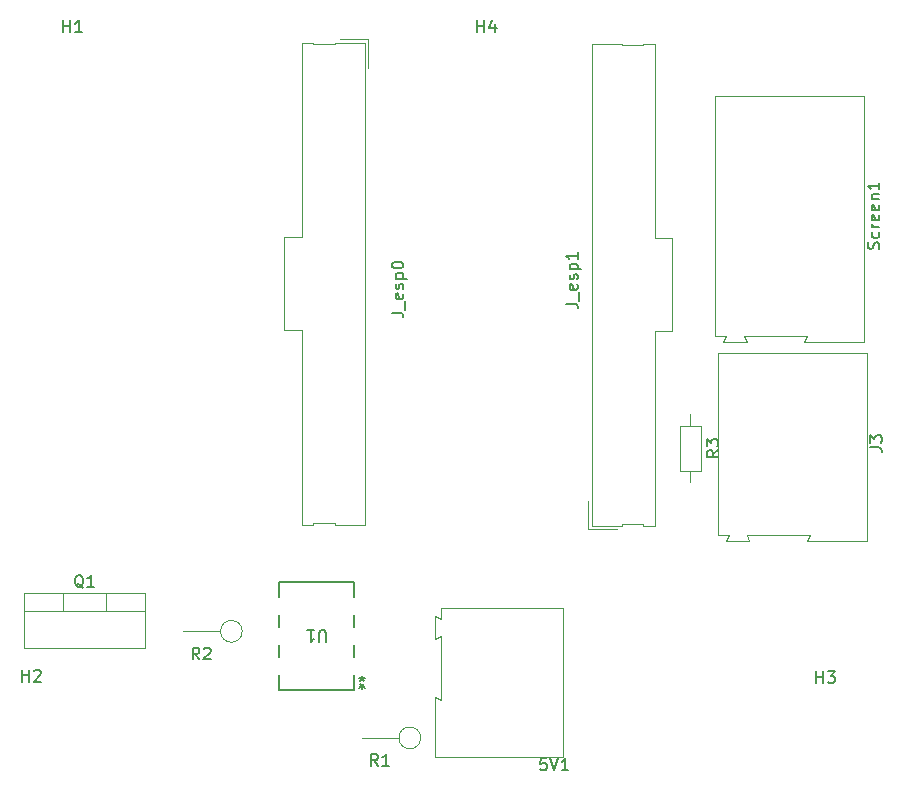
<source format=gbr>
%TF.GenerationSoftware,KiCad,Pcbnew,7.0.6*%
%TF.CreationDate,2023-09-01T15:44:31-05:00*%
%TF.ProjectId,basic_decoration_pcb,62617369-635f-4646-9563-6f726174696f,rev?*%
%TF.SameCoordinates,Original*%
%TF.FileFunction,Legend,Top*%
%TF.FilePolarity,Positive*%
%FSLAX46Y46*%
G04 Gerber Fmt 4.6, Leading zero omitted, Abs format (unit mm)*
G04 Created by KiCad (PCBNEW 7.0.6) date 2023-09-01 15:44:31*
%MOMM*%
%LPD*%
G01*
G04 APERTURE LIST*
%ADD10C,0.150000*%
%ADD11C,0.120000*%
%ADD12C,0.152400*%
G04 APERTURE END LIST*
D10*
X227536200Y-67699523D02*
X227583819Y-67556666D01*
X227583819Y-67556666D02*
X227583819Y-67318571D01*
X227583819Y-67318571D02*
X227536200Y-67223333D01*
X227536200Y-67223333D02*
X227488580Y-67175714D01*
X227488580Y-67175714D02*
X227393342Y-67128095D01*
X227393342Y-67128095D02*
X227298104Y-67128095D01*
X227298104Y-67128095D02*
X227202866Y-67175714D01*
X227202866Y-67175714D02*
X227155247Y-67223333D01*
X227155247Y-67223333D02*
X227107628Y-67318571D01*
X227107628Y-67318571D02*
X227060009Y-67509047D01*
X227060009Y-67509047D02*
X227012390Y-67604285D01*
X227012390Y-67604285D02*
X226964771Y-67651904D01*
X226964771Y-67651904D02*
X226869533Y-67699523D01*
X226869533Y-67699523D02*
X226774295Y-67699523D01*
X226774295Y-67699523D02*
X226679057Y-67651904D01*
X226679057Y-67651904D02*
X226631438Y-67604285D01*
X226631438Y-67604285D02*
X226583819Y-67509047D01*
X226583819Y-67509047D02*
X226583819Y-67270952D01*
X226583819Y-67270952D02*
X226631438Y-67128095D01*
X227536200Y-66270952D02*
X227583819Y-66366190D01*
X227583819Y-66366190D02*
X227583819Y-66556666D01*
X227583819Y-66556666D02*
X227536200Y-66651904D01*
X227536200Y-66651904D02*
X227488580Y-66699523D01*
X227488580Y-66699523D02*
X227393342Y-66747142D01*
X227393342Y-66747142D02*
X227107628Y-66747142D01*
X227107628Y-66747142D02*
X227012390Y-66699523D01*
X227012390Y-66699523D02*
X226964771Y-66651904D01*
X226964771Y-66651904D02*
X226917152Y-66556666D01*
X226917152Y-66556666D02*
X226917152Y-66366190D01*
X226917152Y-66366190D02*
X226964771Y-66270952D01*
X227583819Y-65842380D02*
X226917152Y-65842380D01*
X227107628Y-65842380D02*
X227012390Y-65794761D01*
X227012390Y-65794761D02*
X226964771Y-65747142D01*
X226964771Y-65747142D02*
X226917152Y-65651904D01*
X226917152Y-65651904D02*
X226917152Y-65556666D01*
X227536200Y-64842380D02*
X227583819Y-64937618D01*
X227583819Y-64937618D02*
X227583819Y-65128094D01*
X227583819Y-65128094D02*
X227536200Y-65223332D01*
X227536200Y-65223332D02*
X227440961Y-65270951D01*
X227440961Y-65270951D02*
X227060009Y-65270951D01*
X227060009Y-65270951D02*
X226964771Y-65223332D01*
X226964771Y-65223332D02*
X226917152Y-65128094D01*
X226917152Y-65128094D02*
X226917152Y-64937618D01*
X226917152Y-64937618D02*
X226964771Y-64842380D01*
X226964771Y-64842380D02*
X227060009Y-64794761D01*
X227060009Y-64794761D02*
X227155247Y-64794761D01*
X227155247Y-64794761D02*
X227250485Y-65270951D01*
X227536200Y-63985237D02*
X227583819Y-64080475D01*
X227583819Y-64080475D02*
X227583819Y-64270951D01*
X227583819Y-64270951D02*
X227536200Y-64366189D01*
X227536200Y-64366189D02*
X227440961Y-64413808D01*
X227440961Y-64413808D02*
X227060009Y-64413808D01*
X227060009Y-64413808D02*
X226964771Y-64366189D01*
X226964771Y-64366189D02*
X226917152Y-64270951D01*
X226917152Y-64270951D02*
X226917152Y-64080475D01*
X226917152Y-64080475D02*
X226964771Y-63985237D01*
X226964771Y-63985237D02*
X227060009Y-63937618D01*
X227060009Y-63937618D02*
X227155247Y-63937618D01*
X227155247Y-63937618D02*
X227250485Y-64413808D01*
X226917152Y-63509046D02*
X227583819Y-63509046D01*
X227012390Y-63509046D02*
X226964771Y-63461427D01*
X226964771Y-63461427D02*
X226917152Y-63366189D01*
X226917152Y-63366189D02*
X226917152Y-63223332D01*
X226917152Y-63223332D02*
X226964771Y-63128094D01*
X226964771Y-63128094D02*
X227060009Y-63080475D01*
X227060009Y-63080475D02*
X227583819Y-63080475D01*
X227583819Y-62080475D02*
X227583819Y-62651903D01*
X227583819Y-62366189D02*
X226583819Y-62366189D01*
X226583819Y-62366189D02*
X226726676Y-62461427D01*
X226726676Y-62461427D02*
X226821914Y-62556665D01*
X226821914Y-62556665D02*
X226869533Y-62651903D01*
X213956819Y-84748666D02*
X213480628Y-85081999D01*
X213956819Y-85320094D02*
X212956819Y-85320094D01*
X212956819Y-85320094D02*
X212956819Y-84939142D01*
X212956819Y-84939142D02*
X213004438Y-84843904D01*
X213004438Y-84843904D02*
X213052057Y-84796285D01*
X213052057Y-84796285D02*
X213147295Y-84748666D01*
X213147295Y-84748666D02*
X213290152Y-84748666D01*
X213290152Y-84748666D02*
X213385390Y-84796285D01*
X213385390Y-84796285D02*
X213433009Y-84843904D01*
X213433009Y-84843904D02*
X213480628Y-84939142D01*
X213480628Y-84939142D02*
X213480628Y-85320094D01*
X212956819Y-84415332D02*
X212956819Y-83796285D01*
X212956819Y-83796285D02*
X213337771Y-84129618D01*
X213337771Y-84129618D02*
X213337771Y-83986761D01*
X213337771Y-83986761D02*
X213385390Y-83891523D01*
X213385390Y-83891523D02*
X213433009Y-83843904D01*
X213433009Y-83843904D02*
X213528247Y-83796285D01*
X213528247Y-83796285D02*
X213766342Y-83796285D01*
X213766342Y-83796285D02*
X213861580Y-83843904D01*
X213861580Y-83843904D02*
X213909200Y-83891523D01*
X213909200Y-83891523D02*
X213956819Y-83986761D01*
X213956819Y-83986761D02*
X213956819Y-84272475D01*
X213956819Y-84272475D02*
X213909200Y-84367713D01*
X213909200Y-84367713D02*
X213861580Y-84415332D01*
X226787819Y-84487333D02*
X227502104Y-84487333D01*
X227502104Y-84487333D02*
X227644961Y-84534952D01*
X227644961Y-84534952D02*
X227740200Y-84630190D01*
X227740200Y-84630190D02*
X227787819Y-84773047D01*
X227787819Y-84773047D02*
X227787819Y-84868285D01*
X226787819Y-84106380D02*
X226787819Y-83487333D01*
X226787819Y-83487333D02*
X227168771Y-83820666D01*
X227168771Y-83820666D02*
X227168771Y-83677809D01*
X227168771Y-83677809D02*
X227216390Y-83582571D01*
X227216390Y-83582571D02*
X227264009Y-83534952D01*
X227264009Y-83534952D02*
X227359247Y-83487333D01*
X227359247Y-83487333D02*
X227597342Y-83487333D01*
X227597342Y-83487333D02*
X227692580Y-83534952D01*
X227692580Y-83534952D02*
X227740200Y-83582571D01*
X227740200Y-83582571D02*
X227787819Y-83677809D01*
X227787819Y-83677809D02*
X227787819Y-83963523D01*
X227787819Y-83963523D02*
X227740200Y-84058761D01*
X227740200Y-84058761D02*
X227692580Y-84106380D01*
X158496095Y-49332819D02*
X158496095Y-48332819D01*
X158496095Y-48809009D02*
X159067523Y-48809009D01*
X159067523Y-49332819D02*
X159067523Y-48332819D01*
X160067523Y-49332819D02*
X159496095Y-49332819D01*
X159781809Y-49332819D02*
X159781809Y-48332819D01*
X159781809Y-48332819D02*
X159686571Y-48475676D01*
X159686571Y-48475676D02*
X159591333Y-48570914D01*
X159591333Y-48570914D02*
X159496095Y-48618533D01*
X222250095Y-104450819D02*
X222250095Y-103450819D01*
X222250095Y-103927009D02*
X222821523Y-103927009D01*
X222821523Y-104450819D02*
X222821523Y-103450819D01*
X223202476Y-103450819D02*
X223821523Y-103450819D01*
X223821523Y-103450819D02*
X223488190Y-103831771D01*
X223488190Y-103831771D02*
X223631047Y-103831771D01*
X223631047Y-103831771D02*
X223726285Y-103879390D01*
X223726285Y-103879390D02*
X223773904Y-103927009D01*
X223773904Y-103927009D02*
X223821523Y-104022247D01*
X223821523Y-104022247D02*
X223821523Y-104260342D01*
X223821523Y-104260342D02*
X223773904Y-104355580D01*
X223773904Y-104355580D02*
X223726285Y-104403200D01*
X223726285Y-104403200D02*
X223631047Y-104450819D01*
X223631047Y-104450819D02*
X223345333Y-104450819D01*
X223345333Y-104450819D02*
X223250095Y-104403200D01*
X223250095Y-104403200D02*
X223202476Y-104355580D01*
X186281359Y-73105800D02*
X186995644Y-73105800D01*
X186995644Y-73105800D02*
X187138501Y-73153419D01*
X187138501Y-73153419D02*
X187233740Y-73248657D01*
X187233740Y-73248657D02*
X187281359Y-73391514D01*
X187281359Y-73391514D02*
X187281359Y-73486752D01*
X187376597Y-72867705D02*
X187376597Y-72105800D01*
X187233740Y-71486752D02*
X187281359Y-71581990D01*
X187281359Y-71581990D02*
X187281359Y-71772466D01*
X187281359Y-71772466D02*
X187233740Y-71867704D01*
X187233740Y-71867704D02*
X187138501Y-71915323D01*
X187138501Y-71915323D02*
X186757549Y-71915323D01*
X186757549Y-71915323D02*
X186662311Y-71867704D01*
X186662311Y-71867704D02*
X186614692Y-71772466D01*
X186614692Y-71772466D02*
X186614692Y-71581990D01*
X186614692Y-71581990D02*
X186662311Y-71486752D01*
X186662311Y-71486752D02*
X186757549Y-71439133D01*
X186757549Y-71439133D02*
X186852787Y-71439133D01*
X186852787Y-71439133D02*
X186948025Y-71915323D01*
X187233740Y-71058180D02*
X187281359Y-70962942D01*
X187281359Y-70962942D02*
X187281359Y-70772466D01*
X187281359Y-70772466D02*
X187233740Y-70677228D01*
X187233740Y-70677228D02*
X187138501Y-70629609D01*
X187138501Y-70629609D02*
X187090882Y-70629609D01*
X187090882Y-70629609D02*
X186995644Y-70677228D01*
X186995644Y-70677228D02*
X186948025Y-70772466D01*
X186948025Y-70772466D02*
X186948025Y-70915323D01*
X186948025Y-70915323D02*
X186900406Y-71010561D01*
X186900406Y-71010561D02*
X186805168Y-71058180D01*
X186805168Y-71058180D02*
X186757549Y-71058180D01*
X186757549Y-71058180D02*
X186662311Y-71010561D01*
X186662311Y-71010561D02*
X186614692Y-70915323D01*
X186614692Y-70915323D02*
X186614692Y-70772466D01*
X186614692Y-70772466D02*
X186662311Y-70677228D01*
X186614692Y-70201037D02*
X187614692Y-70201037D01*
X186662311Y-70201037D02*
X186614692Y-70105799D01*
X186614692Y-70105799D02*
X186614692Y-69915323D01*
X186614692Y-69915323D02*
X186662311Y-69820085D01*
X186662311Y-69820085D02*
X186709930Y-69772466D01*
X186709930Y-69772466D02*
X186805168Y-69724847D01*
X186805168Y-69724847D02*
X187090882Y-69724847D01*
X187090882Y-69724847D02*
X187186120Y-69772466D01*
X187186120Y-69772466D02*
X187233740Y-69820085D01*
X187233740Y-69820085D02*
X187281359Y-69915323D01*
X187281359Y-69915323D02*
X187281359Y-70105799D01*
X187281359Y-70105799D02*
X187233740Y-70201037D01*
X186281359Y-69105799D02*
X186281359Y-69010561D01*
X186281359Y-69010561D02*
X186328978Y-68915323D01*
X186328978Y-68915323D02*
X186376597Y-68867704D01*
X186376597Y-68867704D02*
X186471835Y-68820085D01*
X186471835Y-68820085D02*
X186662311Y-68772466D01*
X186662311Y-68772466D02*
X186900406Y-68772466D01*
X186900406Y-68772466D02*
X187090882Y-68820085D01*
X187090882Y-68820085D02*
X187186120Y-68867704D01*
X187186120Y-68867704D02*
X187233740Y-68915323D01*
X187233740Y-68915323D02*
X187281359Y-69010561D01*
X187281359Y-69010561D02*
X187281359Y-69105799D01*
X187281359Y-69105799D02*
X187233740Y-69201037D01*
X187233740Y-69201037D02*
X187186120Y-69248656D01*
X187186120Y-69248656D02*
X187090882Y-69296275D01*
X187090882Y-69296275D02*
X186900406Y-69343894D01*
X186900406Y-69343894D02*
X186662311Y-69343894D01*
X186662311Y-69343894D02*
X186471835Y-69296275D01*
X186471835Y-69296275D02*
X186376597Y-69248656D01*
X186376597Y-69248656D02*
X186328978Y-69201037D01*
X186328978Y-69201037D02*
X186281359Y-69105799D01*
X201026859Y-72324800D02*
X201741144Y-72324800D01*
X201741144Y-72324800D02*
X201884001Y-72372419D01*
X201884001Y-72372419D02*
X201979240Y-72467657D01*
X201979240Y-72467657D02*
X202026859Y-72610514D01*
X202026859Y-72610514D02*
X202026859Y-72705752D01*
X202122097Y-72086705D02*
X202122097Y-71324800D01*
X201979240Y-70705752D02*
X202026859Y-70800990D01*
X202026859Y-70800990D02*
X202026859Y-70991466D01*
X202026859Y-70991466D02*
X201979240Y-71086704D01*
X201979240Y-71086704D02*
X201884001Y-71134323D01*
X201884001Y-71134323D02*
X201503049Y-71134323D01*
X201503049Y-71134323D02*
X201407811Y-71086704D01*
X201407811Y-71086704D02*
X201360192Y-70991466D01*
X201360192Y-70991466D02*
X201360192Y-70800990D01*
X201360192Y-70800990D02*
X201407811Y-70705752D01*
X201407811Y-70705752D02*
X201503049Y-70658133D01*
X201503049Y-70658133D02*
X201598287Y-70658133D01*
X201598287Y-70658133D02*
X201693525Y-71134323D01*
X201979240Y-70277180D02*
X202026859Y-70181942D01*
X202026859Y-70181942D02*
X202026859Y-69991466D01*
X202026859Y-69991466D02*
X201979240Y-69896228D01*
X201979240Y-69896228D02*
X201884001Y-69848609D01*
X201884001Y-69848609D02*
X201836382Y-69848609D01*
X201836382Y-69848609D02*
X201741144Y-69896228D01*
X201741144Y-69896228D02*
X201693525Y-69991466D01*
X201693525Y-69991466D02*
X201693525Y-70134323D01*
X201693525Y-70134323D02*
X201645906Y-70229561D01*
X201645906Y-70229561D02*
X201550668Y-70277180D01*
X201550668Y-70277180D02*
X201503049Y-70277180D01*
X201503049Y-70277180D02*
X201407811Y-70229561D01*
X201407811Y-70229561D02*
X201360192Y-70134323D01*
X201360192Y-70134323D02*
X201360192Y-69991466D01*
X201360192Y-69991466D02*
X201407811Y-69896228D01*
X201360192Y-69420037D02*
X202360192Y-69420037D01*
X201407811Y-69420037D02*
X201360192Y-69324799D01*
X201360192Y-69324799D02*
X201360192Y-69134323D01*
X201360192Y-69134323D02*
X201407811Y-69039085D01*
X201407811Y-69039085D02*
X201455430Y-68991466D01*
X201455430Y-68991466D02*
X201550668Y-68943847D01*
X201550668Y-68943847D02*
X201836382Y-68943847D01*
X201836382Y-68943847D02*
X201931620Y-68991466D01*
X201931620Y-68991466D02*
X201979240Y-69039085D01*
X201979240Y-69039085D02*
X202026859Y-69134323D01*
X202026859Y-69134323D02*
X202026859Y-69324799D01*
X202026859Y-69324799D02*
X201979240Y-69420037D01*
X202026859Y-67991466D02*
X202026859Y-68562894D01*
X202026859Y-68277180D02*
X201026859Y-68277180D01*
X201026859Y-68277180D02*
X201169716Y-68372418D01*
X201169716Y-68372418D02*
X201264954Y-68467656D01*
X201264954Y-68467656D02*
X201312573Y-68562894D01*
X155026335Y-104323819D02*
X155026335Y-103323819D01*
X155026335Y-103800009D02*
X155597763Y-103800009D01*
X155597763Y-104323819D02*
X155597763Y-103323819D01*
X156026335Y-103419057D02*
X156073954Y-103371438D01*
X156073954Y-103371438D02*
X156169192Y-103323819D01*
X156169192Y-103323819D02*
X156407287Y-103323819D01*
X156407287Y-103323819D02*
X156502525Y-103371438D01*
X156502525Y-103371438D02*
X156550144Y-103419057D01*
X156550144Y-103419057D02*
X156597763Y-103514295D01*
X156597763Y-103514295D02*
X156597763Y-103609533D01*
X156597763Y-103609533D02*
X156550144Y-103752390D01*
X156550144Y-103752390D02*
X155978716Y-104323819D01*
X155978716Y-104323819D02*
X156597763Y-104323819D01*
X193548095Y-49332819D02*
X193548095Y-48332819D01*
X193548095Y-48809009D02*
X194119523Y-48809009D01*
X194119523Y-49332819D02*
X194119523Y-48332819D01*
X195024285Y-48666152D02*
X195024285Y-49332819D01*
X194786190Y-48285200D02*
X194548095Y-48999485D01*
X194548095Y-48999485D02*
X195167142Y-48999485D01*
X160193761Y-96398307D02*
X160098523Y-96350688D01*
X160098523Y-96350688D02*
X160003285Y-96255450D01*
X160003285Y-96255450D02*
X159860428Y-96112592D01*
X159860428Y-96112592D02*
X159765190Y-96064973D01*
X159765190Y-96064973D02*
X159669952Y-96064973D01*
X159717571Y-96303069D02*
X159622333Y-96255450D01*
X159622333Y-96255450D02*
X159527095Y-96160211D01*
X159527095Y-96160211D02*
X159479476Y-95969735D01*
X159479476Y-95969735D02*
X159479476Y-95636402D01*
X159479476Y-95636402D02*
X159527095Y-95445926D01*
X159527095Y-95445926D02*
X159622333Y-95350688D01*
X159622333Y-95350688D02*
X159717571Y-95303069D01*
X159717571Y-95303069D02*
X159908047Y-95303069D01*
X159908047Y-95303069D02*
X160003285Y-95350688D01*
X160003285Y-95350688D02*
X160098523Y-95445926D01*
X160098523Y-95445926D02*
X160146142Y-95636402D01*
X160146142Y-95636402D02*
X160146142Y-95969735D01*
X160146142Y-95969735D02*
X160098523Y-96160211D01*
X160098523Y-96160211D02*
X160003285Y-96255450D01*
X160003285Y-96255450D02*
X159908047Y-96303069D01*
X159908047Y-96303069D02*
X159717571Y-96303069D01*
X161098523Y-96303069D02*
X160527095Y-96303069D01*
X160812809Y-96303069D02*
X160812809Y-95303069D01*
X160812809Y-95303069D02*
X160717571Y-95445926D01*
X160717571Y-95445926D02*
X160622333Y-95541164D01*
X160622333Y-95541164D02*
X160527095Y-95588783D01*
X199388333Y-110838819D02*
X198912143Y-110838819D01*
X198912143Y-110838819D02*
X198864524Y-111315009D01*
X198864524Y-111315009D02*
X198912143Y-111267390D01*
X198912143Y-111267390D02*
X199007381Y-111219771D01*
X199007381Y-111219771D02*
X199245476Y-111219771D01*
X199245476Y-111219771D02*
X199340714Y-111267390D01*
X199340714Y-111267390D02*
X199388333Y-111315009D01*
X199388333Y-111315009D02*
X199435952Y-111410247D01*
X199435952Y-111410247D02*
X199435952Y-111648342D01*
X199435952Y-111648342D02*
X199388333Y-111743580D01*
X199388333Y-111743580D02*
X199340714Y-111791200D01*
X199340714Y-111791200D02*
X199245476Y-111838819D01*
X199245476Y-111838819D02*
X199007381Y-111838819D01*
X199007381Y-111838819D02*
X198912143Y-111791200D01*
X198912143Y-111791200D02*
X198864524Y-111743580D01*
X199721667Y-110838819D02*
X200055000Y-111838819D01*
X200055000Y-111838819D02*
X200388333Y-110838819D01*
X201245476Y-111838819D02*
X200674048Y-111838819D01*
X200959762Y-111838819D02*
X200959762Y-110838819D01*
X200959762Y-110838819D02*
X200864524Y-110981676D01*
X200864524Y-110981676D02*
X200769286Y-111076914D01*
X200769286Y-111076914D02*
X200674048Y-111124533D01*
X170007083Y-102450819D02*
X169673750Y-101974628D01*
X169435655Y-102450819D02*
X169435655Y-101450819D01*
X169435655Y-101450819D02*
X169816607Y-101450819D01*
X169816607Y-101450819D02*
X169911845Y-101498438D01*
X169911845Y-101498438D02*
X169959464Y-101546057D01*
X169959464Y-101546057D02*
X170007083Y-101641295D01*
X170007083Y-101641295D02*
X170007083Y-101784152D01*
X170007083Y-101784152D02*
X169959464Y-101879390D01*
X169959464Y-101879390D02*
X169911845Y-101927009D01*
X169911845Y-101927009D02*
X169816607Y-101974628D01*
X169816607Y-101974628D02*
X169435655Y-101974628D01*
X170388036Y-101546057D02*
X170435655Y-101498438D01*
X170435655Y-101498438D02*
X170530893Y-101450819D01*
X170530893Y-101450819D02*
X170768988Y-101450819D01*
X170768988Y-101450819D02*
X170864226Y-101498438D01*
X170864226Y-101498438D02*
X170911845Y-101546057D01*
X170911845Y-101546057D02*
X170959464Y-101641295D01*
X170959464Y-101641295D02*
X170959464Y-101736533D01*
X170959464Y-101736533D02*
X170911845Y-101879390D01*
X170911845Y-101879390D02*
X170340417Y-102450819D01*
X170340417Y-102450819D02*
X170959464Y-102450819D01*
X180720904Y-101002180D02*
X180720904Y-100192657D01*
X180720904Y-100192657D02*
X180673285Y-100097419D01*
X180673285Y-100097419D02*
X180625666Y-100049800D01*
X180625666Y-100049800D02*
X180530428Y-100002180D01*
X180530428Y-100002180D02*
X180339952Y-100002180D01*
X180339952Y-100002180D02*
X180244714Y-100049800D01*
X180244714Y-100049800D02*
X180197095Y-100097419D01*
X180197095Y-100097419D02*
X180149476Y-100192657D01*
X180149476Y-100192657D02*
X180149476Y-101002180D01*
X179149476Y-100002180D02*
X179720904Y-100002180D01*
X179435190Y-100002180D02*
X179435190Y-101002180D01*
X179435190Y-101002180D02*
X179530428Y-100859323D01*
X179530428Y-100859323D02*
X179625666Y-100764085D01*
X179625666Y-100764085D02*
X179720904Y-100716466D01*
X183768999Y-104977280D02*
X183768999Y-104739185D01*
X184007094Y-104834423D02*
X183768999Y-104739185D01*
X183768999Y-104739185D02*
X183530904Y-104834423D01*
X183911856Y-104548709D02*
X183768999Y-104739185D01*
X183768999Y-104739185D02*
X183626142Y-104548709D01*
X183769000Y-103886919D02*
X183769000Y-104125014D01*
X183530905Y-104029776D02*
X183769000Y-104125014D01*
X183769000Y-104125014D02*
X184007095Y-104029776D01*
X183626143Y-104315490D02*
X183769000Y-104125014D01*
X183769000Y-104125014D02*
X183911857Y-104315490D01*
X185120083Y-111467819D02*
X184786750Y-110991628D01*
X184548655Y-111467819D02*
X184548655Y-110467819D01*
X184548655Y-110467819D02*
X184929607Y-110467819D01*
X184929607Y-110467819D02*
X185024845Y-110515438D01*
X185024845Y-110515438D02*
X185072464Y-110563057D01*
X185072464Y-110563057D02*
X185120083Y-110658295D01*
X185120083Y-110658295D02*
X185120083Y-110801152D01*
X185120083Y-110801152D02*
X185072464Y-110896390D01*
X185072464Y-110896390D02*
X185024845Y-110944009D01*
X185024845Y-110944009D02*
X184929607Y-110991628D01*
X184929607Y-110991628D02*
X184548655Y-110991628D01*
X186072464Y-111467819D02*
X185501036Y-111467819D01*
X185786750Y-111467819D02*
X185786750Y-110467819D01*
X185786750Y-110467819D02*
X185691512Y-110610676D01*
X185691512Y-110610676D02*
X185596274Y-110705914D01*
X185596274Y-110705914D02*
X185501036Y-110753533D01*
D11*
%TO.C,Screen1*%
X226279000Y-54740000D02*
X226279000Y-75540000D01*
X213679000Y-54740000D02*
X226279000Y-54740000D01*
X221479000Y-75040000D02*
X216079000Y-75040000D01*
X216079000Y-75040000D02*
X216379000Y-75590000D01*
X214629000Y-75040000D02*
X213679000Y-75040000D01*
X213679000Y-75040000D02*
X213679000Y-54740000D01*
X226279000Y-75540000D02*
X221229000Y-75540000D01*
X221229000Y-75540000D02*
X221479000Y-75040000D01*
X216379000Y-75590000D02*
X214329000Y-75590000D01*
X214329000Y-75590000D02*
X214629000Y-75040000D01*
%TO.C,R3*%
X211582000Y-81712000D02*
X211582000Y-82662000D01*
X212502000Y-82662000D02*
X210662000Y-82662000D01*
X210662000Y-82662000D02*
X210662000Y-86502000D01*
X212502000Y-86502000D02*
X212502000Y-82662000D01*
X210662000Y-86502000D02*
X212502000Y-86502000D01*
X211582000Y-87452000D02*
X211582000Y-86502000D01*
%TO.C,J3*%
X226533000Y-76504000D02*
X213933000Y-76504000D01*
X213933000Y-76504000D02*
X213933000Y-91904000D01*
X221733000Y-91904000D02*
X221483000Y-92404000D01*
X216333000Y-91904000D02*
X221733000Y-91904000D01*
X214883000Y-91904000D02*
X214583000Y-92404000D01*
X213933000Y-91904000D02*
X214883000Y-91904000D01*
X226533000Y-92404000D02*
X226533000Y-76504000D01*
X221483000Y-92404000D02*
X226533000Y-92404000D01*
X216583000Y-92404000D02*
X216333000Y-91904000D01*
X214583000Y-92404000D02*
X216583000Y-92404000D01*
%TO.C,J_esp0*%
X184304040Y-49955800D02*
X184304040Y-52365800D01*
X181894040Y-49955800D02*
X184304040Y-49955800D01*
X184004040Y-50255800D02*
X181474040Y-50255800D01*
X181474040Y-50255800D02*
X181474040Y-50385800D01*
X179664040Y-50255800D02*
X178684040Y-50255800D01*
X178684040Y-50255800D02*
X178684040Y-66725800D01*
X181474040Y-50385800D02*
X179664040Y-50385800D01*
X179664040Y-50385800D02*
X179664040Y-50255800D01*
X178684040Y-66725800D02*
X177184040Y-66725800D01*
X177184040Y-66725800D02*
X177184040Y-74565800D01*
X178684040Y-74565800D02*
X178684040Y-91035800D01*
X177184040Y-74565800D02*
X178684040Y-74565800D01*
X181474040Y-90905800D02*
X181474040Y-91035800D01*
X179664040Y-90905800D02*
X181474040Y-90905800D01*
X184004040Y-91035800D02*
X184004040Y-50255800D01*
X181474040Y-91035800D02*
X184004040Y-91035800D01*
X179664040Y-91035800D02*
X179664040Y-90905800D01*
X178684040Y-91035800D02*
X179664040Y-91035800D01*
%TO.C,J_esp1*%
X202924540Y-91414800D02*
X202924540Y-89004800D01*
X205334540Y-91414800D02*
X202924540Y-91414800D01*
X203224540Y-91114800D02*
X205754540Y-91114800D01*
X205754540Y-91114800D02*
X205754540Y-90984800D01*
X207564540Y-91114800D02*
X208544540Y-91114800D01*
X208544540Y-91114800D02*
X208544540Y-74644800D01*
X205754540Y-90984800D02*
X207564540Y-90984800D01*
X207564540Y-90984800D02*
X207564540Y-91114800D01*
X208544540Y-74644800D02*
X210044540Y-74644800D01*
X210044540Y-74644800D02*
X210044540Y-66804800D01*
X208544540Y-66804800D02*
X208544540Y-50334800D01*
X210044540Y-66804800D02*
X208544540Y-66804800D01*
X205754540Y-50464800D02*
X205754540Y-50334800D01*
X207564540Y-50464800D02*
X205754540Y-50464800D01*
X203224540Y-50334800D02*
X203224540Y-91114800D01*
X205754540Y-50334800D02*
X203224540Y-50334800D01*
X207564540Y-50334800D02*
X207564540Y-50464800D01*
X208544540Y-50334800D02*
X207564540Y-50334800D01*
%TO.C,Q1*%
X155169000Y-96848250D02*
X155169000Y-101489250D01*
X155169000Y-96848250D02*
X165409000Y-96848250D01*
X155169000Y-98358250D02*
X165409000Y-98358250D01*
X155169000Y-101489250D02*
X165409000Y-101489250D01*
X158439000Y-96848250D02*
X158439000Y-98358250D01*
X162140000Y-96848250D02*
X162140000Y-98358250D01*
X165409000Y-96848250D02*
X165409000Y-101489250D01*
%TO.C,5V1*%
X200785000Y-110694000D02*
X200785000Y-98094000D01*
X200785000Y-98094000D02*
X190435000Y-98094000D01*
X190435000Y-105894000D02*
X189935000Y-105594000D01*
X190435000Y-100494000D02*
X190435000Y-105894000D01*
X190435000Y-99044000D02*
X189935000Y-98794000D01*
X190435000Y-98094000D02*
X190435000Y-99044000D01*
X189935000Y-110694000D02*
X200785000Y-110694000D01*
X189935000Y-105594000D02*
X189935000Y-110694000D01*
X189935000Y-100744000D02*
X190435000Y-100494000D01*
X189935000Y-100694000D02*
X189935000Y-100744000D01*
X189935000Y-98794000D02*
X189935000Y-100694000D01*
%TO.C,R2*%
X171793750Y-100076000D02*
X168633750Y-100076000D01*
X173633750Y-100076000D02*
G75*
G03*
X173633750Y-100076000I-920000J0D01*
G01*
D12*
%TO.C,U1*%
X183136001Y-105029000D02*
X183136001Y-103778682D01*
X183136001Y-102215318D02*
X183136001Y-101238682D01*
X183136001Y-99675318D02*
X183136001Y-98698682D01*
X183136001Y-97135318D02*
X183136001Y-95885000D01*
X183136001Y-95885000D02*
X176781999Y-95885000D01*
X176781999Y-105029000D02*
X183136001Y-105029000D01*
X176781999Y-103778682D02*
X176781999Y-105029000D01*
X176781999Y-101238682D02*
X176781999Y-102215318D01*
X176781999Y-98698682D02*
X176781999Y-99675318D01*
X176781999Y-95885000D02*
X176781999Y-97135318D01*
D11*
%TO.C,R1*%
X186906750Y-109093000D02*
X183746750Y-109093000D01*
X188746750Y-109093000D02*
G75*
G03*
X188746750Y-109093000I-920000J0D01*
G01*
%TD*%
M02*

</source>
